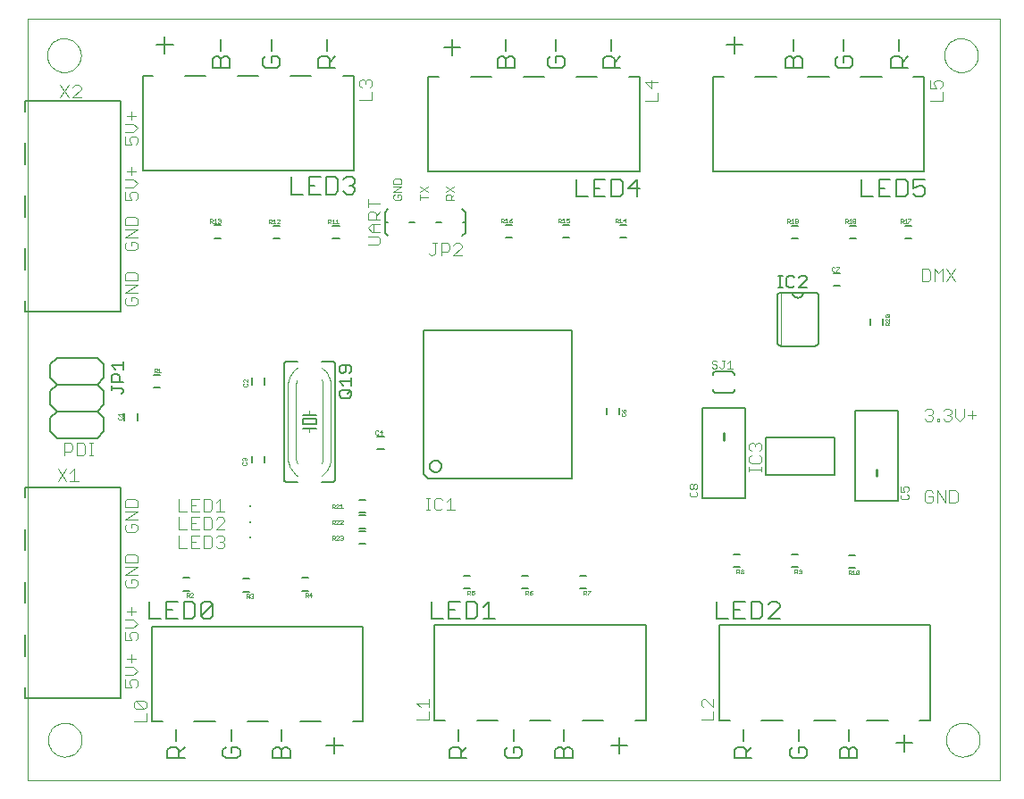
<source format=gto>
G75*
G70*
%OFA0B0*%
%FSLAX24Y24*%
%IPPOS*%
%LPD*%
%AMOC8*
5,1,8,0,0,1.08239X$1,22.5*
%
%ADD10C,0.0000*%
%ADD11C,0.0060*%
%ADD12C,0.0080*%
%ADD13C,0.0040*%
%ADD14C,0.0030*%
%ADD15C,0.0010*%
%ADD16C,0.0020*%
%ADD17C,0.0050*%
%ADD18C,0.0100*%
%ADD19R,0.0079X0.0079*%
D10*
X000326Y000188D02*
X000326Y028617D01*
X036598Y028617D01*
X036598Y000188D01*
X000326Y000188D01*
X001098Y001688D02*
X001100Y001738D01*
X001106Y001788D01*
X001116Y001837D01*
X001130Y001885D01*
X001147Y001932D01*
X001168Y001977D01*
X001193Y002021D01*
X001221Y002062D01*
X001253Y002101D01*
X001287Y002138D01*
X001324Y002172D01*
X001364Y002202D01*
X001406Y002229D01*
X001450Y002253D01*
X001496Y002274D01*
X001543Y002290D01*
X001591Y002303D01*
X001641Y002312D01*
X001690Y002317D01*
X001741Y002318D01*
X001791Y002315D01*
X001840Y002308D01*
X001889Y002297D01*
X001937Y002282D01*
X001983Y002264D01*
X002028Y002242D01*
X002071Y002216D01*
X002112Y002187D01*
X002151Y002155D01*
X002187Y002120D01*
X002219Y002082D01*
X002249Y002042D01*
X002276Y001999D01*
X002299Y001955D01*
X002318Y001909D01*
X002334Y001861D01*
X002346Y001812D01*
X002354Y001763D01*
X002358Y001713D01*
X002358Y001663D01*
X002354Y001613D01*
X002346Y001564D01*
X002334Y001515D01*
X002318Y001467D01*
X002299Y001421D01*
X002276Y001377D01*
X002249Y001334D01*
X002219Y001294D01*
X002187Y001256D01*
X002151Y001221D01*
X002112Y001189D01*
X002071Y001160D01*
X002028Y001134D01*
X001983Y001112D01*
X001937Y001094D01*
X001889Y001079D01*
X001840Y001068D01*
X001791Y001061D01*
X001741Y001058D01*
X001690Y001059D01*
X001641Y001064D01*
X001591Y001073D01*
X001543Y001086D01*
X001496Y001102D01*
X001450Y001123D01*
X001406Y001147D01*
X001364Y001174D01*
X001324Y001204D01*
X001287Y001238D01*
X001253Y001275D01*
X001221Y001314D01*
X001193Y001355D01*
X001168Y001399D01*
X001147Y001444D01*
X001130Y001491D01*
X001116Y001539D01*
X001106Y001588D01*
X001100Y001638D01*
X001098Y001688D01*
X001066Y027247D02*
X001068Y027297D01*
X001074Y027347D01*
X001084Y027396D01*
X001098Y027444D01*
X001115Y027491D01*
X001136Y027536D01*
X001161Y027580D01*
X001189Y027621D01*
X001221Y027660D01*
X001255Y027697D01*
X001292Y027731D01*
X001332Y027761D01*
X001374Y027788D01*
X001418Y027812D01*
X001464Y027833D01*
X001511Y027849D01*
X001559Y027862D01*
X001609Y027871D01*
X001658Y027876D01*
X001709Y027877D01*
X001759Y027874D01*
X001808Y027867D01*
X001857Y027856D01*
X001905Y027841D01*
X001951Y027823D01*
X001996Y027801D01*
X002039Y027775D01*
X002080Y027746D01*
X002119Y027714D01*
X002155Y027679D01*
X002187Y027641D01*
X002217Y027601D01*
X002244Y027558D01*
X002267Y027514D01*
X002286Y027468D01*
X002302Y027420D01*
X002314Y027371D01*
X002322Y027322D01*
X002326Y027272D01*
X002326Y027222D01*
X002322Y027172D01*
X002314Y027123D01*
X002302Y027074D01*
X002286Y027026D01*
X002267Y026980D01*
X002244Y026936D01*
X002217Y026893D01*
X002187Y026853D01*
X002155Y026815D01*
X002119Y026780D01*
X002080Y026748D01*
X002039Y026719D01*
X001996Y026693D01*
X001951Y026671D01*
X001905Y026653D01*
X001857Y026638D01*
X001808Y026627D01*
X001759Y026620D01*
X001709Y026617D01*
X001658Y026618D01*
X001609Y026623D01*
X001559Y026632D01*
X001511Y026645D01*
X001464Y026661D01*
X001418Y026682D01*
X001374Y026706D01*
X001332Y026733D01*
X001292Y026763D01*
X001255Y026797D01*
X001221Y026834D01*
X001189Y026873D01*
X001161Y026914D01*
X001136Y026958D01*
X001115Y027003D01*
X001098Y027050D01*
X001084Y027098D01*
X001074Y027147D01*
X001068Y027197D01*
X001066Y027247D01*
X034531Y027247D02*
X034533Y027297D01*
X034539Y027347D01*
X034549Y027396D01*
X034563Y027444D01*
X034580Y027491D01*
X034601Y027536D01*
X034626Y027580D01*
X034654Y027621D01*
X034686Y027660D01*
X034720Y027697D01*
X034757Y027731D01*
X034797Y027761D01*
X034839Y027788D01*
X034883Y027812D01*
X034929Y027833D01*
X034976Y027849D01*
X035024Y027862D01*
X035074Y027871D01*
X035123Y027876D01*
X035174Y027877D01*
X035224Y027874D01*
X035273Y027867D01*
X035322Y027856D01*
X035370Y027841D01*
X035416Y027823D01*
X035461Y027801D01*
X035504Y027775D01*
X035545Y027746D01*
X035584Y027714D01*
X035620Y027679D01*
X035652Y027641D01*
X035682Y027601D01*
X035709Y027558D01*
X035732Y027514D01*
X035751Y027468D01*
X035767Y027420D01*
X035779Y027371D01*
X035787Y027322D01*
X035791Y027272D01*
X035791Y027222D01*
X035787Y027172D01*
X035779Y027123D01*
X035767Y027074D01*
X035751Y027026D01*
X035732Y026980D01*
X035709Y026936D01*
X035682Y026893D01*
X035652Y026853D01*
X035620Y026815D01*
X035584Y026780D01*
X035545Y026748D01*
X035504Y026719D01*
X035461Y026693D01*
X035416Y026671D01*
X035370Y026653D01*
X035322Y026638D01*
X035273Y026627D01*
X035224Y026620D01*
X035174Y026617D01*
X035123Y026618D01*
X035074Y026623D01*
X035024Y026632D01*
X034976Y026645D01*
X034929Y026661D01*
X034883Y026682D01*
X034839Y026706D01*
X034797Y026733D01*
X034757Y026763D01*
X034720Y026797D01*
X034686Y026834D01*
X034654Y026873D01*
X034626Y026914D01*
X034601Y026958D01*
X034580Y027003D01*
X034563Y027050D01*
X034549Y027098D01*
X034539Y027147D01*
X034533Y027197D01*
X034531Y027247D01*
X034598Y001688D02*
X034600Y001738D01*
X034606Y001788D01*
X034616Y001837D01*
X034630Y001885D01*
X034647Y001932D01*
X034668Y001977D01*
X034693Y002021D01*
X034721Y002062D01*
X034753Y002101D01*
X034787Y002138D01*
X034824Y002172D01*
X034864Y002202D01*
X034906Y002229D01*
X034950Y002253D01*
X034996Y002274D01*
X035043Y002290D01*
X035091Y002303D01*
X035141Y002312D01*
X035190Y002317D01*
X035241Y002318D01*
X035291Y002315D01*
X035340Y002308D01*
X035389Y002297D01*
X035437Y002282D01*
X035483Y002264D01*
X035528Y002242D01*
X035571Y002216D01*
X035612Y002187D01*
X035651Y002155D01*
X035687Y002120D01*
X035719Y002082D01*
X035749Y002042D01*
X035776Y001999D01*
X035799Y001955D01*
X035818Y001909D01*
X035834Y001861D01*
X035846Y001812D01*
X035854Y001763D01*
X035858Y001713D01*
X035858Y001663D01*
X035854Y001613D01*
X035846Y001564D01*
X035834Y001515D01*
X035818Y001467D01*
X035799Y001421D01*
X035776Y001377D01*
X035749Y001334D01*
X035719Y001294D01*
X035687Y001256D01*
X035651Y001221D01*
X035612Y001189D01*
X035571Y001160D01*
X035528Y001134D01*
X035483Y001112D01*
X035437Y001094D01*
X035389Y001079D01*
X035340Y001068D01*
X035291Y001061D01*
X035241Y001058D01*
X035190Y001059D01*
X035141Y001064D01*
X035091Y001073D01*
X035043Y001086D01*
X034996Y001102D01*
X034950Y001123D01*
X034906Y001147D01*
X034864Y001174D01*
X034824Y001204D01*
X034787Y001238D01*
X034753Y001275D01*
X034721Y001314D01*
X034693Y001355D01*
X034668Y001399D01*
X034647Y001444D01*
X034630Y001491D01*
X034616Y001539D01*
X034606Y001588D01*
X034600Y001638D01*
X034598Y001688D01*
D11*
X031292Y001318D02*
X031292Y000997D01*
X030652Y000997D01*
X030652Y001318D01*
X030759Y001424D01*
X030865Y001424D01*
X030972Y001318D01*
X030972Y000997D01*
X030972Y001318D02*
X031079Y001424D01*
X031186Y001424D01*
X031292Y001318D01*
X030972Y001642D02*
X030972Y002069D01*
X029422Y001318D02*
X029422Y001104D01*
X029316Y000997D01*
X028888Y000997D01*
X028782Y001104D01*
X028782Y001318D01*
X028888Y001424D01*
X029102Y001424D02*
X029102Y001211D01*
X029102Y001424D02*
X029316Y001424D01*
X029422Y001318D01*
X029102Y001642D02*
X029102Y002069D01*
X027355Y001424D02*
X027142Y001211D01*
X027142Y001318D02*
X027142Y000997D01*
X027355Y000997D02*
X026715Y000997D01*
X026715Y001318D01*
X026822Y001424D01*
X027035Y001424D01*
X027142Y001318D01*
X027035Y001642D02*
X027035Y002069D01*
X027109Y006214D02*
X026682Y006214D01*
X026682Y006854D01*
X027109Y006854D01*
X027327Y006854D02*
X027647Y006854D01*
X027754Y006748D01*
X027754Y006321D01*
X027647Y006214D01*
X027327Y006214D01*
X027327Y006854D01*
X027971Y006748D02*
X028078Y006854D01*
X028291Y006854D01*
X028398Y006748D01*
X028398Y006641D01*
X027971Y006214D01*
X028398Y006214D01*
X026895Y006534D02*
X026682Y006534D01*
X026464Y006214D02*
X026037Y006214D01*
X026037Y006854D01*
X026661Y008140D02*
X026897Y008140D01*
X026897Y008613D02*
X026661Y008613D01*
X028827Y008613D02*
X029063Y008613D01*
X029063Y008141D02*
X028827Y008141D01*
X030980Y008107D02*
X031216Y008107D01*
X031216Y008580D02*
X030980Y008580D01*
X022405Y013841D02*
X022405Y014078D01*
X021933Y014078D02*
X021933Y013841D01*
X020644Y011445D02*
X015274Y011445D01*
X015103Y011615D01*
X015103Y016986D01*
X020644Y016986D01*
X020644Y011445D01*
X020950Y007825D02*
X021186Y007825D01*
X021186Y007352D02*
X020950Y007352D01*
X019021Y007353D02*
X018785Y007353D01*
X018785Y007825D02*
X019021Y007825D01*
X017555Y006854D02*
X017555Y006214D01*
X017768Y006214D02*
X017341Y006214D01*
X017124Y006321D02*
X017124Y006748D01*
X017017Y006854D01*
X016697Y006854D01*
X016697Y006214D01*
X017017Y006214D01*
X017124Y006321D01*
X017341Y006641D02*
X017555Y006854D01*
X016856Y007353D02*
X016620Y007353D01*
X016620Y007826D02*
X016856Y007826D01*
X016479Y006854D02*
X016052Y006854D01*
X016052Y006214D01*
X016479Y006214D01*
X016266Y006534D02*
X016052Y006534D01*
X015835Y006214D02*
X015407Y006214D01*
X015407Y006854D01*
X012937Y008999D02*
X012701Y008999D01*
X012701Y009472D02*
X012937Y009472D01*
X012937Y009590D02*
X012701Y009590D01*
X012701Y010062D02*
X012937Y010062D01*
X012937Y010181D02*
X012701Y010181D01*
X012701Y010653D02*
X012937Y010653D01*
X011800Y011416D02*
X011800Y015716D01*
X011798Y015733D01*
X011794Y015750D01*
X011787Y015766D01*
X011777Y015780D01*
X011764Y015793D01*
X011750Y015803D01*
X011734Y015810D01*
X011717Y015814D01*
X011700Y015816D01*
X011300Y015816D01*
X010400Y015816D02*
X010000Y015816D01*
X009983Y015814D01*
X009966Y015810D01*
X009950Y015803D01*
X009936Y015793D01*
X009923Y015780D01*
X009913Y015766D01*
X009906Y015750D01*
X009902Y015733D01*
X009900Y015716D01*
X009900Y011416D01*
X009902Y011399D01*
X009906Y011382D01*
X009913Y011366D01*
X009923Y011352D01*
X009936Y011339D01*
X009950Y011329D01*
X009966Y011322D01*
X009983Y011318D01*
X010000Y011316D01*
X010400Y011316D01*
X011300Y011316D02*
X011700Y011316D01*
X011717Y011318D01*
X011734Y011322D01*
X011750Y011329D01*
X011764Y011339D01*
X011777Y011352D01*
X011787Y011366D01*
X011794Y011382D01*
X011798Y011399D01*
X011800Y011416D01*
X013389Y012544D02*
X013626Y012544D01*
X013626Y013016D02*
X013389Y013016D01*
X011100Y013316D02*
X010850Y013316D01*
X010600Y013316D01*
X010600Y013466D02*
X011100Y013466D01*
X011100Y013666D01*
X010600Y013666D01*
X010600Y013466D01*
X010600Y013816D02*
X010850Y013816D01*
X011100Y013816D01*
X009178Y014960D02*
X009178Y015197D01*
X008706Y015197D02*
X008706Y014960D01*
X008698Y012274D02*
X008698Y012037D01*
X009171Y012037D02*
X009171Y012274D01*
X005278Y014843D02*
X005042Y014843D01*
X005042Y015316D02*
X005278Y015316D01*
X004431Y013862D02*
X004431Y013626D01*
X003958Y013626D02*
X003958Y013862D01*
X003189Y013702D02*
X003189Y013202D01*
X002939Y012952D01*
X001439Y012952D01*
X001189Y013202D01*
X001189Y013702D01*
X001439Y013952D01*
X002939Y013952D01*
X003189Y013702D01*
X002939Y013952D02*
X003189Y014202D01*
X003189Y014702D01*
X002939Y014952D01*
X001439Y014952D01*
X001189Y014702D01*
X001189Y014202D01*
X001439Y013952D01*
X001439Y014952D02*
X001189Y015202D01*
X001189Y015702D01*
X001439Y015952D01*
X002939Y015952D01*
X003189Y015702D01*
X003189Y015202D01*
X002939Y014952D01*
X007314Y020422D02*
X007551Y020422D01*
X007551Y020895D02*
X007314Y020895D01*
X009519Y020883D02*
X009755Y020883D01*
X009755Y020410D02*
X009519Y020410D01*
X010191Y022060D02*
X010618Y022060D01*
X010835Y022060D02*
X011263Y022060D01*
X011480Y022060D02*
X011800Y022060D01*
X011907Y022167D01*
X011907Y022594D01*
X011800Y022701D01*
X011480Y022701D01*
X011480Y022060D01*
X012125Y022167D02*
X012231Y022060D01*
X012445Y022060D01*
X012552Y022167D01*
X012552Y022274D01*
X012445Y022381D01*
X012338Y022381D01*
X012445Y022381D02*
X012552Y022487D01*
X012552Y022594D01*
X012445Y022701D01*
X012231Y022701D01*
X012125Y022594D01*
X011263Y022701D02*
X010835Y022701D01*
X010835Y022060D01*
X010835Y022381D02*
X011049Y022381D01*
X010191Y022701D02*
X010191Y022060D01*
X011724Y020883D02*
X011960Y020883D01*
X011960Y020410D02*
X011724Y020410D01*
X018185Y020434D02*
X018421Y020434D01*
X018421Y020906D02*
X018185Y020906D01*
X020311Y020906D02*
X020547Y020906D01*
X020547Y020434D02*
X020311Y020434D01*
X022437Y020434D02*
X022673Y020434D01*
X022673Y020906D02*
X022437Y020906D01*
X022430Y021962D02*
X022110Y021962D01*
X022110Y022603D01*
X022430Y022603D01*
X022537Y022496D01*
X022537Y022069D01*
X022430Y021962D01*
X022755Y022282D02*
X023182Y022282D01*
X023075Y021962D02*
X023075Y022603D01*
X022755Y022282D01*
X021892Y021962D02*
X021465Y021962D01*
X021465Y022603D01*
X021892Y022603D01*
X021679Y022282D02*
X021465Y022282D01*
X021248Y021962D02*
X020821Y021962D01*
X020821Y022603D01*
X020271Y026775D02*
X019844Y026775D01*
X019738Y026882D01*
X019738Y027096D01*
X019844Y027202D01*
X020058Y027202D02*
X020058Y026989D01*
X020058Y027202D02*
X020271Y027202D01*
X020378Y027096D01*
X020378Y026882D01*
X020271Y026775D01*
X020058Y027420D02*
X020058Y027847D01*
X018508Y027096D02*
X018508Y026775D01*
X017868Y026775D01*
X017868Y027096D01*
X017974Y027202D01*
X018081Y027202D01*
X018188Y027096D01*
X018188Y026775D01*
X018188Y027096D02*
X018295Y027202D01*
X018401Y027202D01*
X018508Y027096D01*
X018188Y027420D02*
X018188Y027847D01*
X021805Y027096D02*
X021805Y026775D01*
X022445Y026775D01*
X022232Y026775D02*
X022232Y027096D01*
X022125Y027202D01*
X021911Y027202D01*
X021805Y027096D01*
X022232Y026989D02*
X022445Y027202D01*
X022125Y027420D02*
X022125Y027847D01*
X028596Y027096D02*
X028596Y026775D01*
X029236Y026775D01*
X029236Y027096D01*
X029130Y027202D01*
X029023Y027202D01*
X028916Y027096D01*
X028916Y026775D01*
X028916Y027096D02*
X028809Y027202D01*
X028703Y027202D01*
X028596Y027096D01*
X028916Y027420D02*
X028916Y027847D01*
X030466Y027096D02*
X030466Y026882D01*
X030573Y026775D01*
X031000Y026775D01*
X031107Y026882D01*
X031107Y027096D01*
X031000Y027202D01*
X030786Y027202D01*
X030786Y026989D01*
X030573Y027202D02*
X030466Y027096D01*
X030786Y027420D02*
X030786Y027847D01*
X032533Y027096D02*
X032533Y026775D01*
X033173Y026775D01*
X032960Y026775D02*
X032960Y027096D01*
X032853Y027202D01*
X032640Y027202D01*
X032533Y027096D01*
X032960Y026989D02*
X033173Y027202D01*
X032853Y027420D02*
X032853Y027847D01*
X032740Y022603D02*
X033060Y022603D01*
X033167Y022496D01*
X033167Y022069D01*
X033060Y021962D01*
X032740Y021962D01*
X032740Y022603D01*
X032522Y022603D02*
X032095Y022603D01*
X032095Y021962D01*
X032522Y021962D01*
X032309Y022282D02*
X032095Y022282D01*
X031878Y021962D02*
X031451Y021962D01*
X031451Y022603D01*
X033384Y022603D02*
X033384Y022282D01*
X033598Y022389D01*
X033705Y022389D01*
X033811Y022282D01*
X033811Y022069D01*
X033705Y021962D01*
X033491Y021962D01*
X033384Y022069D01*
X033384Y022603D02*
X033811Y022603D01*
X033311Y020889D02*
X033074Y020889D01*
X033074Y020416D02*
X033311Y020416D01*
X031244Y020416D02*
X031007Y020416D01*
X031007Y020889D02*
X031244Y020889D01*
X030653Y019117D02*
X030417Y019117D01*
X030417Y018645D02*
X030653Y018645D01*
X029844Y018243D02*
X029844Y016543D01*
X029842Y016520D01*
X029837Y016497D01*
X029828Y016475D01*
X029815Y016455D01*
X029800Y016437D01*
X029782Y016422D01*
X029762Y016409D01*
X029740Y016400D01*
X029717Y016395D01*
X029694Y016393D01*
X028454Y016393D01*
X028431Y016395D01*
X028408Y016400D01*
X028386Y016409D01*
X028366Y016422D01*
X028348Y016437D01*
X028333Y016455D01*
X028320Y016475D01*
X028311Y016497D01*
X028306Y016520D01*
X028304Y016543D01*
X028304Y018243D01*
X028306Y018266D01*
X028311Y018289D01*
X028320Y018311D01*
X028333Y018331D01*
X028348Y018349D01*
X028366Y018364D01*
X028386Y018377D01*
X028408Y018386D01*
X028431Y018391D01*
X028454Y018393D01*
X028874Y018393D01*
X029274Y018393D01*
X029694Y018393D01*
X029717Y018391D01*
X029740Y018386D01*
X029762Y018377D01*
X029782Y018364D01*
X029800Y018349D01*
X029815Y018331D01*
X029828Y018311D01*
X029837Y018289D01*
X029842Y018266D01*
X029844Y018243D01*
X029274Y018393D02*
X029272Y018366D01*
X029267Y018339D01*
X029257Y018313D01*
X029245Y018289D01*
X029229Y018267D01*
X029211Y018247D01*
X029189Y018230D01*
X029166Y018215D01*
X029141Y018205D01*
X029115Y018197D01*
X029088Y018193D01*
X029060Y018193D01*
X029033Y018197D01*
X029007Y018205D01*
X028982Y018215D01*
X028959Y018230D01*
X028937Y018247D01*
X028919Y018267D01*
X028903Y018289D01*
X028891Y018313D01*
X028881Y018339D01*
X028876Y018366D01*
X028874Y018393D01*
X028842Y020416D02*
X029078Y020416D01*
X029078Y020889D02*
X028842Y020889D01*
X031775Y017424D02*
X031775Y017188D01*
X032248Y017188D02*
X032248Y017424D01*
X015339Y011900D02*
X015341Y011929D01*
X015347Y011958D01*
X015356Y011986D01*
X015370Y012012D01*
X015386Y012036D01*
X015406Y012058D01*
X015429Y012077D01*
X015453Y012093D01*
X015480Y012105D01*
X015508Y012114D01*
X015537Y012119D01*
X015566Y012120D01*
X015596Y012117D01*
X015624Y012110D01*
X015652Y012100D01*
X015677Y012085D01*
X015701Y012068D01*
X015722Y012048D01*
X015740Y012025D01*
X015755Y011999D01*
X015767Y011972D01*
X015775Y011944D01*
X015779Y011915D01*
X015779Y011885D01*
X015775Y011856D01*
X015767Y011828D01*
X015755Y011801D01*
X015740Y011775D01*
X015722Y011752D01*
X015701Y011732D01*
X015677Y011715D01*
X015652Y011700D01*
X015624Y011690D01*
X015596Y011683D01*
X015566Y011680D01*
X015537Y011681D01*
X015508Y011686D01*
X015480Y011695D01*
X015453Y011707D01*
X015429Y011723D01*
X015406Y011742D01*
X015386Y011764D01*
X015370Y011788D01*
X015356Y011814D01*
X015347Y011842D01*
X015341Y011871D01*
X015339Y011900D01*
X010801Y007731D02*
X010564Y007731D01*
X010564Y007258D02*
X010801Y007258D01*
X008618Y007225D02*
X008382Y007225D01*
X008382Y007698D02*
X008618Y007698D01*
X007237Y006748D02*
X006810Y006321D01*
X006916Y006214D01*
X007130Y006214D01*
X007237Y006321D01*
X007237Y006748D01*
X007130Y006854D01*
X006916Y006854D01*
X006810Y006748D01*
X006810Y006321D01*
X006592Y006321D02*
X006592Y006748D01*
X006485Y006854D01*
X006165Y006854D01*
X006165Y006214D01*
X006485Y006214D01*
X006592Y006321D01*
X005948Y006214D02*
X005521Y006214D01*
X005521Y006854D01*
X005948Y006854D01*
X005734Y006534D02*
X005521Y006534D01*
X005303Y006214D02*
X004876Y006214D01*
X004876Y006854D01*
X006135Y007258D02*
X006372Y007258D01*
X006372Y007731D02*
X006135Y007731D01*
X005874Y002069D02*
X005874Y001642D01*
X005874Y001424D02*
X005980Y001318D01*
X005980Y000997D01*
X005980Y001211D02*
X006194Y001424D01*
X005874Y001424D02*
X005660Y001424D01*
X005553Y001318D01*
X005553Y000997D01*
X006194Y000997D01*
X007620Y001104D02*
X007727Y000997D01*
X008154Y000997D01*
X008261Y001104D01*
X008261Y001318D01*
X008154Y001424D01*
X007941Y001424D01*
X007941Y001211D01*
X007727Y001424D02*
X007620Y001318D01*
X007620Y001104D01*
X007941Y001642D02*
X007941Y002069D01*
X009490Y001318D02*
X009490Y000997D01*
X010131Y000997D01*
X010131Y001318D01*
X010024Y001424D01*
X009917Y001424D01*
X009811Y001318D01*
X009811Y000997D01*
X009811Y001318D02*
X009704Y001424D01*
X009597Y001424D01*
X009490Y001318D01*
X009811Y001642D02*
X009811Y002069D01*
X016085Y001318D02*
X016085Y000997D01*
X016725Y000997D01*
X016512Y000997D02*
X016512Y001318D01*
X016405Y001424D01*
X016192Y001424D01*
X016085Y001318D01*
X016512Y001211D02*
X016725Y001424D01*
X016405Y001642D02*
X016405Y002069D01*
X018152Y001318D02*
X018152Y001104D01*
X018259Y000997D01*
X018686Y000997D01*
X018792Y001104D01*
X018792Y001318D01*
X018686Y001424D01*
X018472Y001424D01*
X018472Y001211D01*
X018259Y001424D02*
X018152Y001318D01*
X018472Y001642D02*
X018472Y002069D01*
X020022Y001318D02*
X020022Y000997D01*
X020662Y000997D01*
X020662Y001318D01*
X020556Y001424D01*
X020449Y001424D01*
X020342Y001318D01*
X020342Y000997D01*
X020342Y001318D02*
X020235Y001424D01*
X020129Y001424D01*
X020022Y001318D01*
X020342Y001642D02*
X020342Y002069D01*
X011815Y026775D02*
X011175Y026775D01*
X011175Y027096D01*
X011281Y027202D01*
X011495Y027202D01*
X011602Y027096D01*
X011602Y026775D01*
X011602Y026989D02*
X011815Y027202D01*
X011495Y027420D02*
X011495Y027847D01*
X009748Y027096D02*
X009642Y027202D01*
X009428Y027202D01*
X009428Y026989D01*
X009214Y027202D02*
X009108Y027096D01*
X009108Y026882D01*
X009214Y026775D01*
X009642Y026775D01*
X009748Y026882D01*
X009748Y027096D01*
X009428Y027420D02*
X009428Y027847D01*
X007878Y027096D02*
X007878Y026775D01*
X007238Y026775D01*
X007238Y027096D01*
X007344Y027202D01*
X007451Y027202D01*
X007558Y027096D01*
X007558Y026775D01*
X007558Y027096D02*
X007665Y027202D01*
X007771Y027202D01*
X007878Y027096D01*
X007558Y027420D02*
X007558Y027847D01*
D12*
X006988Y026479D02*
X006200Y026479D01*
X005453Y027326D02*
X005453Y027940D01*
X005146Y027633D02*
X005760Y027633D01*
X005019Y026479D02*
X004626Y026479D01*
X004626Y022936D01*
X012500Y022936D01*
X012500Y026479D01*
X012106Y026479D01*
X010925Y026479D02*
X010137Y026479D01*
X008956Y026479D02*
X008169Y026479D01*
X003803Y025554D02*
X003803Y017680D01*
X000259Y017680D01*
X000259Y018074D01*
X000259Y019255D02*
X000259Y020042D01*
X000259Y021223D02*
X000259Y022011D01*
X000259Y023192D02*
X000259Y023979D01*
X000259Y025160D02*
X000259Y025554D01*
X003803Y025554D01*
X013665Y021388D02*
X013665Y020998D01*
X013665Y020608D01*
X013775Y020498D01*
X013765Y020998D02*
X013665Y020998D01*
X013665Y021388D02*
X013775Y021498D01*
X014565Y020998D02*
X014765Y020998D01*
X015565Y020998D02*
X015765Y020998D01*
X016565Y020998D02*
X016665Y020998D01*
X016665Y021388D01*
X016555Y021498D01*
X016665Y020998D02*
X016665Y020608D01*
X016555Y020498D01*
X015291Y022897D02*
X015291Y026440D01*
X015685Y026440D01*
X016182Y027228D02*
X016182Y027842D01*
X015875Y027535D02*
X016489Y027535D01*
X016866Y026440D02*
X017653Y026440D01*
X018834Y026440D02*
X019622Y026440D01*
X020803Y026440D02*
X021590Y026440D01*
X022771Y026440D02*
X023165Y026440D01*
X023165Y022897D01*
X015291Y022897D01*
X025909Y022916D02*
X025909Y026460D01*
X026303Y026460D01*
X026713Y027326D02*
X026713Y027940D01*
X026406Y027633D02*
X027020Y027633D01*
X027484Y026460D02*
X028271Y026460D01*
X029452Y026460D02*
X030240Y026460D01*
X031421Y026460D02*
X032208Y026460D01*
X033389Y026460D02*
X033783Y026460D01*
X033783Y022916D01*
X025909Y022916D01*
X025988Y015436D02*
X026618Y015436D01*
X026618Y015435D02*
X026634Y015430D01*
X026650Y015422D01*
X026664Y015412D01*
X026676Y015400D01*
X026686Y015385D01*
X026693Y015369D01*
X026697Y015352D01*
X026698Y015335D01*
X026696Y015317D01*
X026696Y014767D02*
X026698Y014749D01*
X026697Y014732D01*
X026693Y014715D01*
X026686Y014699D01*
X026676Y014684D01*
X026664Y014672D01*
X026650Y014662D01*
X026634Y014654D01*
X026618Y014649D01*
X025988Y014649D01*
X025987Y014649D02*
X025971Y014654D01*
X025955Y014662D01*
X025941Y014672D01*
X025929Y014684D01*
X025919Y014699D01*
X025912Y014715D01*
X025908Y014732D01*
X025907Y014749D01*
X025909Y014767D01*
X025909Y015317D02*
X025907Y015335D01*
X025908Y015352D01*
X025912Y015369D01*
X025919Y015385D01*
X025929Y015400D01*
X025941Y015412D01*
X025955Y015422D01*
X025971Y015430D01*
X025987Y015435D01*
X027867Y012986D02*
X030447Y012986D01*
X030447Y011586D01*
X027867Y011586D01*
X027867Y012986D01*
X026141Y005967D02*
X034015Y005967D01*
X034015Y002424D01*
X033622Y002424D01*
X033047Y001873D02*
X033047Y001259D01*
X032740Y001566D02*
X033354Y001566D01*
X032440Y002424D02*
X031653Y002424D01*
X030472Y002424D02*
X029685Y002424D01*
X028503Y002424D02*
X027716Y002424D01*
X026535Y002424D02*
X026141Y002424D01*
X026141Y005967D01*
X023397Y005967D02*
X023397Y002424D01*
X023003Y002424D01*
X022417Y001775D02*
X022417Y001161D01*
X022110Y001468D02*
X022724Y001468D01*
X021822Y002424D02*
X021035Y002424D01*
X019854Y002424D02*
X019066Y002424D01*
X017885Y002424D02*
X017098Y002424D01*
X015917Y002424D02*
X015523Y002424D01*
X015523Y005967D01*
X023397Y005967D01*
X012858Y005908D02*
X012858Y002365D01*
X012464Y002365D01*
X011787Y001775D02*
X011787Y001161D01*
X011480Y001468D02*
X012094Y001468D01*
X011283Y002365D02*
X010496Y002365D01*
X009314Y002365D02*
X008527Y002365D01*
X007346Y002365D02*
X006559Y002365D01*
X005377Y002365D02*
X004984Y002365D01*
X004984Y005908D01*
X012858Y005908D01*
X003803Y003251D02*
X000259Y003251D01*
X000259Y003645D01*
X000259Y004826D02*
X000259Y005613D01*
X000259Y006794D02*
X000259Y007582D01*
X000259Y008763D02*
X000259Y009550D01*
X000259Y010731D02*
X000259Y011125D01*
X003803Y011125D01*
X003803Y003251D01*
D13*
X003980Y003642D02*
X004210Y003642D01*
X004133Y003795D01*
X004133Y003872D01*
X004210Y003949D01*
X004363Y003949D01*
X004440Y003872D01*
X004440Y003718D01*
X004363Y003642D01*
X003980Y003642D02*
X003980Y003949D01*
X003980Y004102D02*
X004287Y004102D01*
X004440Y004256D01*
X004287Y004409D01*
X003980Y004409D01*
X004210Y004562D02*
X004210Y004869D01*
X004363Y004716D02*
X004056Y004716D01*
X003980Y005413D02*
X004210Y005413D01*
X004133Y005567D01*
X004133Y005644D01*
X004210Y005720D01*
X004363Y005720D01*
X004440Y005644D01*
X004440Y005490D01*
X004363Y005413D01*
X003980Y005413D02*
X003980Y005720D01*
X003980Y005874D02*
X004287Y005874D01*
X004440Y006027D01*
X004287Y006181D01*
X003980Y006181D01*
X004210Y006334D02*
X004210Y006641D01*
X004363Y006488D02*
X004056Y006488D01*
X004049Y007385D02*
X004356Y007385D01*
X004432Y007462D01*
X004432Y007615D01*
X004356Y007692D01*
X004202Y007692D01*
X004202Y007539D01*
X004049Y007692D02*
X003972Y007615D01*
X003972Y007462D01*
X004049Y007385D01*
X003972Y007845D02*
X004432Y008152D01*
X003972Y008152D01*
X003972Y008306D02*
X003972Y008536D01*
X004049Y008613D01*
X004356Y008613D01*
X004432Y008536D01*
X004432Y008306D01*
X003972Y008306D01*
X003972Y007845D02*
X004432Y007845D01*
X005985Y008846D02*
X006292Y008846D01*
X006446Y008846D02*
X006753Y008846D01*
X006906Y008846D02*
X007136Y008846D01*
X007213Y008923D01*
X007213Y009230D01*
X007136Y009307D01*
X006906Y009307D01*
X006906Y008846D01*
X006599Y009076D02*
X006446Y009076D01*
X006446Y008846D02*
X006446Y009307D01*
X006753Y009307D01*
X006753Y009535D02*
X006446Y009535D01*
X006446Y009996D01*
X006753Y009996D01*
X006906Y009996D02*
X007136Y009996D01*
X007213Y009919D01*
X007213Y009612D01*
X007136Y009535D01*
X006906Y009535D01*
X006906Y009996D01*
X006906Y010224D02*
X007136Y010224D01*
X007213Y010301D01*
X007213Y010608D01*
X007136Y010685D01*
X006906Y010685D01*
X006906Y010224D01*
X006753Y010224D02*
X006446Y010224D01*
X006446Y010685D01*
X006753Y010685D01*
X006599Y010454D02*
X006446Y010454D01*
X006292Y010224D02*
X005985Y010224D01*
X005985Y010685D01*
X005985Y009996D02*
X005985Y009535D01*
X006292Y009535D01*
X006446Y009765D02*
X006599Y009765D01*
X005985Y009307D02*
X005985Y008846D01*
X007367Y008923D02*
X007443Y008846D01*
X007597Y008846D01*
X007674Y008923D01*
X007674Y009000D01*
X007597Y009076D01*
X007520Y009076D01*
X007597Y009076D02*
X007674Y009153D01*
X007674Y009230D01*
X007597Y009307D01*
X007443Y009307D01*
X007367Y009230D01*
X007367Y009535D02*
X007674Y009842D01*
X007674Y009919D01*
X007597Y009996D01*
X007443Y009996D01*
X007367Y009919D01*
X007367Y010224D02*
X007674Y010224D01*
X007520Y010224D02*
X007520Y010685D01*
X007367Y010531D01*
X007367Y009535D02*
X007674Y009535D01*
X004432Y009529D02*
X004432Y009682D01*
X004356Y009759D01*
X004202Y009759D01*
X004202Y009605D01*
X004049Y009452D02*
X004356Y009452D01*
X004432Y009529D01*
X004432Y009912D02*
X003972Y009912D01*
X004432Y010219D01*
X003972Y010219D01*
X003972Y010373D02*
X003972Y010603D01*
X004049Y010680D01*
X004356Y010680D01*
X004432Y010603D01*
X004432Y010373D01*
X003972Y010373D01*
X004049Y009759D02*
X003972Y009682D01*
X003972Y009529D01*
X004049Y009452D01*
X002228Y011342D02*
X001921Y011342D01*
X002074Y011342D02*
X002074Y011802D01*
X001921Y011649D01*
X001767Y011802D02*
X001460Y011342D01*
X001767Y011342D02*
X001460Y011802D01*
X001716Y012306D02*
X001716Y012767D01*
X001947Y012767D01*
X002023Y012690D01*
X002023Y012536D01*
X001947Y012460D01*
X001716Y012460D01*
X002177Y012306D02*
X002407Y012306D01*
X002484Y012383D01*
X002484Y012690D01*
X002407Y012767D01*
X002177Y012767D01*
X002177Y012306D01*
X002637Y012306D02*
X002791Y012306D01*
X002714Y012306D02*
X002714Y012767D01*
X002637Y012767D02*
X002791Y012767D01*
X004049Y017917D02*
X004356Y017917D01*
X004432Y017993D01*
X004432Y018147D01*
X004356Y018223D01*
X004202Y018223D01*
X004202Y018070D01*
X004049Y018223D02*
X003972Y018147D01*
X003972Y017993D01*
X004049Y017917D01*
X003972Y018377D02*
X004432Y018684D01*
X003972Y018684D01*
X003972Y018837D02*
X003972Y019068D01*
X004049Y019144D01*
X004356Y019144D01*
X004432Y019068D01*
X004432Y018837D01*
X003972Y018837D01*
X003972Y018377D02*
X004432Y018377D01*
X004356Y019983D02*
X004049Y019983D01*
X003972Y020060D01*
X003972Y020214D01*
X004049Y020290D01*
X004202Y020290D02*
X004202Y020137D01*
X004202Y020290D02*
X004356Y020290D01*
X004432Y020214D01*
X004432Y020060D01*
X004356Y019983D01*
X004432Y020444D02*
X003972Y020444D01*
X004432Y020751D01*
X003972Y020751D01*
X003972Y020904D02*
X003972Y021134D01*
X004049Y021211D01*
X004356Y021211D01*
X004432Y021134D01*
X004432Y020904D01*
X003972Y020904D01*
X003980Y021850D02*
X004210Y021850D01*
X004133Y022004D01*
X004133Y022081D01*
X004210Y022157D01*
X004363Y022157D01*
X004440Y022081D01*
X004440Y021927D01*
X004363Y021850D01*
X003980Y021850D02*
X003980Y022157D01*
X003980Y022311D02*
X004287Y022311D01*
X004440Y022464D01*
X004287Y022618D01*
X003980Y022618D01*
X004210Y022771D02*
X004210Y023078D01*
X004363Y022925D02*
X004056Y022925D01*
X003980Y023917D02*
X004210Y023917D01*
X004133Y024071D01*
X004133Y024147D01*
X004210Y024224D01*
X004363Y024224D01*
X004440Y024147D01*
X004440Y023994D01*
X004363Y023917D01*
X003980Y023917D02*
X003980Y024224D01*
X003980Y024378D02*
X004287Y024378D01*
X004440Y024531D01*
X004287Y024685D01*
X003980Y024685D01*
X004210Y024838D02*
X004210Y025145D01*
X004056Y024991D02*
X004363Y024991D01*
X002326Y025672D02*
X002019Y025672D01*
X002326Y025979D01*
X002326Y026056D01*
X002249Y026133D01*
X002096Y026133D01*
X002019Y026056D01*
X001866Y026133D02*
X001559Y025672D01*
X001866Y025672D02*
X001559Y026133D01*
X012716Y026116D02*
X012716Y026269D01*
X012793Y026346D01*
X012869Y026346D01*
X012946Y026269D01*
X013023Y026346D01*
X013100Y026346D01*
X013176Y026269D01*
X013176Y026116D01*
X013100Y026039D01*
X013176Y025885D02*
X013176Y025578D01*
X012716Y025578D01*
X012793Y026039D02*
X012716Y026116D01*
X012946Y026192D02*
X012946Y026269D01*
X013027Y021868D02*
X013027Y021561D01*
X013027Y021715D02*
X013487Y021715D01*
X013487Y021408D02*
X013334Y021255D01*
X013334Y021331D02*
X013334Y021101D01*
X013487Y021101D02*
X013027Y021101D01*
X013027Y021331D01*
X013104Y021408D01*
X013257Y021408D01*
X013334Y021331D01*
X013257Y020948D02*
X013257Y020641D01*
X013180Y020641D02*
X013027Y020794D01*
X013180Y020948D01*
X013487Y020948D01*
X013487Y020641D02*
X013180Y020641D01*
X013027Y020487D02*
X013411Y020487D01*
X013487Y020411D01*
X013487Y020257D01*
X013411Y020180D01*
X013027Y020180D01*
X015304Y019844D02*
X015380Y019768D01*
X015457Y019768D01*
X015534Y019844D01*
X015534Y020228D01*
X015457Y020228D02*
X015611Y020228D01*
X015764Y020228D02*
X015994Y020228D01*
X016071Y020151D01*
X016071Y019998D01*
X015994Y019921D01*
X015764Y019921D01*
X015764Y019768D02*
X015764Y020228D01*
X016224Y020151D02*
X016301Y020228D01*
X016455Y020228D01*
X016531Y020151D01*
X016531Y020075D01*
X016224Y019768D01*
X016531Y019768D01*
X023381Y025539D02*
X023842Y025539D01*
X023842Y025846D01*
X023612Y025999D02*
X023381Y026230D01*
X023842Y026230D01*
X023612Y026306D02*
X023612Y025999D01*
X033705Y019263D02*
X033705Y018802D01*
X033935Y018802D01*
X034011Y018879D01*
X034011Y019186D01*
X033935Y019263D01*
X033705Y019263D01*
X034165Y019263D02*
X034165Y018802D01*
X034472Y018802D02*
X034472Y019263D01*
X034318Y019109D01*
X034165Y019263D01*
X034625Y019263D02*
X034932Y018802D01*
X034625Y018802D02*
X034932Y019263D01*
X034954Y014046D02*
X034954Y013739D01*
X035107Y013586D01*
X035261Y013739D01*
X035261Y014046D01*
X035414Y013816D02*
X035721Y013816D01*
X035568Y013969D02*
X035568Y013663D01*
X034801Y013663D02*
X034724Y013586D01*
X034570Y013586D01*
X034494Y013663D01*
X034340Y013663D02*
X034340Y013586D01*
X034263Y013586D01*
X034263Y013663D01*
X034340Y013663D01*
X034110Y013663D02*
X034033Y013586D01*
X033880Y013586D01*
X033803Y013663D01*
X033956Y013816D02*
X034033Y013816D01*
X034110Y013739D01*
X034110Y013663D01*
X034033Y013816D02*
X034110Y013893D01*
X034110Y013969D01*
X034033Y014046D01*
X033880Y014046D01*
X033803Y013969D01*
X034494Y013969D02*
X034570Y014046D01*
X034724Y014046D01*
X034801Y013969D01*
X034801Y013893D01*
X034724Y013816D01*
X034801Y013739D01*
X034801Y013663D01*
X034724Y013816D02*
X034647Y013816D01*
X034570Y010995D02*
X034570Y010535D01*
X034263Y010995D01*
X034263Y010535D01*
X034110Y010611D02*
X034110Y010765D01*
X033956Y010765D01*
X033803Y010918D02*
X033803Y010611D01*
X033880Y010535D01*
X034033Y010535D01*
X034110Y010611D01*
X034110Y010918D02*
X034033Y010995D01*
X033880Y010995D01*
X033803Y010918D01*
X034724Y010995D02*
X034724Y010535D01*
X034954Y010535D01*
X035031Y010611D01*
X035031Y010918D01*
X034954Y010995D01*
X034724Y010995D01*
X027715Y011708D02*
X027715Y011861D01*
X027715Y011785D02*
X027255Y011785D01*
X027255Y011861D02*
X027255Y011708D01*
X027332Y012015D02*
X027255Y012092D01*
X027255Y012245D01*
X027332Y012322D01*
X027332Y012475D02*
X027255Y012552D01*
X027255Y012705D01*
X027332Y012782D01*
X027409Y012782D01*
X027485Y012705D01*
X027562Y012782D01*
X027639Y012782D01*
X027715Y012705D01*
X027715Y012552D01*
X027639Y012475D01*
X027639Y012322D02*
X027715Y012245D01*
X027715Y012092D01*
X027639Y012015D01*
X027332Y012015D01*
X027485Y012629D02*
X027485Y012705D01*
X016274Y010266D02*
X015967Y010266D01*
X016120Y010266D02*
X016120Y010726D01*
X015967Y010573D01*
X015813Y010650D02*
X015736Y010726D01*
X015583Y010726D01*
X015506Y010650D01*
X015506Y010343D01*
X015583Y010266D01*
X015736Y010266D01*
X015813Y010343D01*
X015353Y010266D02*
X015199Y010266D01*
X015276Y010266D02*
X015276Y010726D01*
X015199Y010726D02*
X015353Y010726D01*
X015306Y003211D02*
X015306Y002904D01*
X015306Y002751D02*
X015306Y002444D01*
X014846Y002444D01*
X014999Y002904D02*
X014846Y003058D01*
X015306Y003058D01*
X025464Y002981D02*
X025541Y002904D01*
X025464Y002981D02*
X025464Y003135D01*
X025541Y003211D01*
X025617Y003211D01*
X025924Y002904D01*
X025924Y003211D01*
X025924Y002751D02*
X025924Y002444D01*
X025464Y002444D01*
X004767Y002385D02*
X004767Y002692D01*
X004690Y002845D02*
X004383Y003152D01*
X004690Y003152D01*
X004767Y003076D01*
X004767Y002922D01*
X004690Y002845D01*
X004383Y002845D01*
X004307Y002922D01*
X004307Y003076D01*
X004383Y003152D01*
X004307Y002385D02*
X004767Y002385D01*
X033999Y025559D02*
X034460Y025559D01*
X034460Y025866D01*
X034383Y026019D02*
X034460Y026096D01*
X034460Y026249D01*
X034383Y026326D01*
X034230Y026326D01*
X034153Y026249D01*
X034153Y026173D01*
X034230Y026019D01*
X033999Y026019D01*
X033999Y026326D01*
D14*
X026548Y015847D02*
X026451Y015751D01*
X026548Y015847D02*
X026548Y015557D01*
X026451Y015557D02*
X026645Y015557D01*
X026302Y015606D02*
X026302Y015847D01*
X026350Y015847D02*
X026253Y015847D01*
X026055Y015799D02*
X026007Y015847D01*
X025910Y015847D01*
X025862Y015799D01*
X025862Y015751D01*
X025910Y015702D01*
X026007Y015702D01*
X026055Y015654D01*
X026055Y015606D01*
X026007Y015557D01*
X025910Y015557D01*
X025862Y015606D01*
X026156Y015606D02*
X026205Y015557D01*
X026253Y015557D01*
X026302Y015606D01*
X025277Y011252D02*
X025325Y011204D01*
X025325Y011107D01*
X025277Y011059D01*
X025228Y011059D01*
X025180Y011107D01*
X025180Y011204D01*
X025228Y011252D01*
X025277Y011252D01*
X025180Y011204D02*
X025132Y011252D01*
X025083Y011252D01*
X025035Y011204D01*
X025035Y011107D01*
X025083Y011059D01*
X025132Y011059D01*
X025180Y011107D01*
X025277Y010957D02*
X025325Y010909D01*
X025325Y010812D01*
X025277Y010764D01*
X025083Y010764D01*
X025035Y010812D01*
X025035Y010909D01*
X025083Y010957D01*
X032909Y010960D02*
X033054Y010960D01*
X033006Y011057D01*
X033006Y011105D01*
X033054Y011154D01*
X033151Y011154D01*
X033199Y011105D01*
X033199Y011008D01*
X033151Y010960D01*
X033151Y010859D02*
X033199Y010811D01*
X033199Y010714D01*
X033151Y010665D01*
X032957Y010665D01*
X032909Y010714D01*
X032909Y010811D01*
X032957Y010859D01*
X032909Y010960D02*
X032909Y011154D01*
X016248Y021849D02*
X015958Y021849D01*
X015958Y021994D01*
X016006Y022042D01*
X016103Y022042D01*
X016152Y021994D01*
X016152Y021849D01*
X016152Y021945D02*
X016248Y022042D01*
X016248Y022143D02*
X015958Y022337D01*
X015958Y022143D02*
X016248Y022337D01*
X015264Y022337D02*
X014974Y022143D01*
X014974Y022042D02*
X014974Y021849D01*
X014974Y021945D02*
X015264Y021945D01*
X015264Y022143D02*
X014974Y022337D01*
X014280Y022337D02*
X013990Y022337D01*
X013990Y022438D02*
X013990Y022583D01*
X014038Y022631D01*
X014231Y022631D01*
X014280Y022583D01*
X014280Y022438D01*
X013990Y022438D01*
X013990Y022143D02*
X014280Y022337D01*
X014280Y022143D02*
X013990Y022143D01*
X014038Y022042D02*
X013990Y021994D01*
X013990Y021897D01*
X014038Y021849D01*
X014231Y021849D01*
X014280Y021897D01*
X014280Y021994D01*
X014231Y022042D01*
X014135Y022042D01*
X014135Y021945D01*
D15*
X011892Y021127D02*
X011892Y020977D01*
X011842Y020977D02*
X011942Y020977D01*
X011842Y021077D02*
X011892Y021127D01*
X011744Y021127D02*
X011744Y020977D01*
X011694Y020977D02*
X011794Y020977D01*
X011694Y021077D02*
X011744Y021127D01*
X011647Y021102D02*
X011647Y021052D01*
X011622Y021027D01*
X011547Y021027D01*
X011597Y021027D02*
X011647Y020977D01*
X011547Y020977D02*
X011547Y021127D01*
X011622Y021127D01*
X011647Y021102D01*
X009737Y021102D02*
X009712Y021127D01*
X009662Y021127D01*
X009637Y021102D01*
X009737Y021102D02*
X009737Y021077D01*
X009637Y020977D01*
X009737Y020977D01*
X009590Y020977D02*
X009490Y020977D01*
X009442Y020977D02*
X009392Y021027D01*
X009417Y021027D02*
X009342Y021027D01*
X009342Y020977D02*
X009342Y021127D01*
X009417Y021127D01*
X009442Y021102D01*
X009442Y021052D01*
X009417Y021027D01*
X009490Y021077D02*
X009540Y021127D01*
X009540Y020977D01*
X007532Y021013D02*
X007507Y020988D01*
X007457Y020988D01*
X007432Y021013D01*
X007385Y020988D02*
X007285Y020988D01*
X007238Y020988D02*
X007188Y021038D01*
X007213Y021038D02*
X007138Y021038D01*
X007138Y020988D02*
X007138Y021138D01*
X007213Y021138D01*
X007238Y021113D01*
X007238Y021063D01*
X007213Y021038D01*
X007285Y021088D02*
X007335Y021138D01*
X007335Y020988D01*
X007432Y021113D02*
X007457Y021138D01*
X007507Y021138D01*
X007532Y021113D01*
X007532Y021088D01*
X007507Y021063D01*
X007532Y021038D01*
X007532Y021013D01*
X007507Y021063D02*
X007482Y021063D01*
X005259Y015560D02*
X005259Y015409D01*
X005209Y015409D02*
X005309Y015409D01*
X005209Y015510D02*
X005259Y015560D01*
X005162Y015535D02*
X005162Y015485D01*
X005137Y015460D01*
X005062Y015460D01*
X005112Y015460D02*
X005162Y015409D01*
X005062Y015409D02*
X005062Y015560D01*
X005137Y015560D01*
X005162Y015535D01*
X003864Y013893D02*
X003864Y013793D01*
X003864Y013843D02*
X003714Y013843D01*
X003764Y013793D01*
X003739Y013746D02*
X003714Y013721D01*
X003714Y013671D01*
X003739Y013646D01*
X003839Y013646D01*
X003864Y013671D01*
X003864Y013721D01*
X003839Y013746D01*
X008386Y014917D02*
X008411Y014892D01*
X008511Y014892D01*
X008536Y014917D01*
X008536Y014967D01*
X008511Y014992D01*
X008536Y015039D02*
X008436Y015139D01*
X008411Y015139D01*
X008386Y015114D01*
X008386Y015064D01*
X008411Y015039D01*
X008411Y014992D02*
X008386Y014967D01*
X008386Y014917D01*
X008536Y015039D02*
X008536Y015139D01*
X008481Y012206D02*
X008456Y012206D01*
X008431Y012181D01*
X008431Y012156D01*
X008431Y012181D02*
X008406Y012206D01*
X008381Y012206D01*
X008356Y012181D01*
X008356Y012131D01*
X008381Y012106D01*
X008381Y012059D02*
X008356Y012034D01*
X008356Y011984D01*
X008381Y011959D01*
X008481Y011959D01*
X008506Y011984D01*
X008506Y012034D01*
X008481Y012059D01*
X008481Y012106D02*
X008506Y012131D01*
X008506Y012181D01*
X008481Y012206D01*
X011698Y010481D02*
X011698Y010330D01*
X011698Y010381D02*
X011773Y010381D01*
X011798Y010406D01*
X011798Y010456D01*
X011773Y010481D01*
X011698Y010481D01*
X011748Y010381D02*
X011798Y010330D01*
X011845Y010330D02*
X011945Y010431D01*
X011945Y010456D01*
X011920Y010481D01*
X011870Y010481D01*
X011845Y010456D01*
X011845Y010330D02*
X011945Y010330D01*
X011992Y010330D02*
X012093Y010330D01*
X012042Y010330D02*
X012042Y010481D01*
X011992Y010431D01*
X012017Y009890D02*
X011992Y009865D01*
X012017Y009890D02*
X012068Y009890D01*
X012093Y009865D01*
X012093Y009840D01*
X011992Y009740D01*
X012093Y009740D01*
X011945Y009740D02*
X011845Y009740D01*
X011945Y009840D01*
X011945Y009865D01*
X011920Y009890D01*
X011870Y009890D01*
X011845Y009865D01*
X011798Y009865D02*
X011798Y009815D01*
X011773Y009790D01*
X011698Y009790D01*
X011748Y009790D02*
X011798Y009740D01*
X011698Y009740D02*
X011698Y009890D01*
X011773Y009890D01*
X011798Y009865D01*
X011773Y009299D02*
X011798Y009274D01*
X011798Y009224D01*
X011773Y009199D01*
X011698Y009199D01*
X011698Y009149D02*
X011698Y009299D01*
X011773Y009299D01*
X011845Y009274D02*
X011870Y009299D01*
X011920Y009299D01*
X011945Y009274D01*
X011945Y009249D01*
X011845Y009149D01*
X011945Y009149D01*
X011992Y009174D02*
X012017Y009149D01*
X012068Y009149D01*
X012093Y009174D01*
X012093Y009199D01*
X012068Y009224D01*
X012042Y009224D01*
X012068Y009224D02*
X012093Y009249D01*
X012093Y009274D01*
X012068Y009299D01*
X012017Y009299D01*
X011992Y009274D01*
X011798Y009149D02*
X011748Y009199D01*
X010915Y007164D02*
X010840Y007089D01*
X010940Y007089D01*
X010915Y007014D02*
X010915Y007164D01*
X010793Y007139D02*
X010793Y007089D01*
X010768Y007064D01*
X010693Y007064D01*
X010693Y007014D02*
X010693Y007164D01*
X010768Y007164D01*
X010793Y007139D01*
X010743Y007064D02*
X010793Y007014D01*
X008758Y007006D02*
X008733Y006981D01*
X008683Y006981D01*
X008658Y007006D01*
X008611Y006981D02*
X008561Y007031D01*
X008586Y007031D02*
X008510Y007031D01*
X008510Y006981D02*
X008510Y007131D01*
X008586Y007131D01*
X008611Y007106D01*
X008611Y007056D01*
X008586Y007031D01*
X008658Y007106D02*
X008683Y007131D01*
X008733Y007131D01*
X008758Y007106D01*
X008758Y007081D01*
X008733Y007056D01*
X008758Y007031D01*
X008758Y007006D01*
X008733Y007056D02*
X008708Y007056D01*
X006511Y007015D02*
X006411Y007015D01*
X006511Y007115D01*
X006511Y007140D01*
X006486Y007165D01*
X006436Y007165D01*
X006411Y007140D01*
X006364Y007140D02*
X006364Y007090D01*
X006339Y007065D01*
X006264Y007065D01*
X006314Y007065D02*
X006364Y007015D01*
X006264Y007015D02*
X006264Y007165D01*
X006339Y007165D01*
X006364Y007140D01*
X013321Y013112D02*
X013346Y013087D01*
X013396Y013087D01*
X013421Y013112D01*
X013468Y013162D02*
X013568Y013162D01*
X013543Y013087D02*
X013543Y013237D01*
X013468Y013162D01*
X013421Y013212D02*
X013396Y013237D01*
X013346Y013237D01*
X013321Y013212D01*
X013321Y013112D01*
X016748Y007259D02*
X016823Y007259D01*
X016848Y007234D01*
X016848Y007184D01*
X016823Y007159D01*
X016748Y007159D01*
X016748Y007109D02*
X016748Y007259D01*
X016798Y007159D02*
X016848Y007109D01*
X016896Y007134D02*
X016921Y007109D01*
X016971Y007109D01*
X016996Y007134D01*
X016996Y007184D01*
X016971Y007209D01*
X016946Y007209D01*
X016896Y007184D01*
X016896Y007259D01*
X016996Y007259D01*
X018914Y007259D02*
X018914Y007109D01*
X018914Y007159D02*
X018989Y007159D01*
X019014Y007184D01*
X019014Y007234D01*
X018989Y007259D01*
X018914Y007259D01*
X018964Y007159D02*
X019014Y007109D01*
X019061Y007134D02*
X019086Y007109D01*
X019136Y007109D01*
X019161Y007134D01*
X019161Y007159D01*
X019136Y007184D01*
X019061Y007184D01*
X019061Y007134D01*
X019061Y007184D02*
X019111Y007234D01*
X019161Y007259D01*
X021079Y007259D02*
X021079Y007109D01*
X021079Y007159D02*
X021154Y007159D01*
X021179Y007184D01*
X021179Y007234D01*
X021154Y007259D01*
X021079Y007259D01*
X021129Y007159D02*
X021179Y007109D01*
X021226Y007109D02*
X021226Y007134D01*
X021326Y007234D01*
X021326Y007259D01*
X021226Y007259D01*
X026789Y007896D02*
X026789Y008047D01*
X026864Y008047D01*
X026889Y008022D01*
X026889Y007971D01*
X026864Y007946D01*
X026789Y007946D01*
X026839Y007946D02*
X026889Y007896D01*
X026937Y007921D02*
X026937Y007946D01*
X026962Y007971D01*
X027012Y007971D01*
X027037Y007946D01*
X027037Y007921D01*
X027012Y007896D01*
X026962Y007896D01*
X026937Y007921D01*
X026962Y007971D02*
X026937Y007997D01*
X026937Y008022D01*
X026962Y008047D01*
X027012Y008047D01*
X027037Y008022D01*
X027037Y007997D01*
X027012Y007971D01*
X028955Y007947D02*
X029030Y007947D01*
X029055Y007972D01*
X029055Y008022D01*
X029030Y008047D01*
X028955Y008047D01*
X028955Y007897D01*
X029005Y007947D02*
X029055Y007897D01*
X029102Y007922D02*
X029127Y007897D01*
X029177Y007897D01*
X029202Y007922D01*
X029202Y008022D01*
X029177Y008047D01*
X029127Y008047D01*
X029102Y008022D01*
X029102Y007997D01*
X029127Y007972D01*
X029202Y007972D01*
X030961Y008014D02*
X031036Y008014D01*
X031061Y007988D01*
X031061Y007938D01*
X031036Y007913D01*
X030961Y007913D01*
X030961Y007863D02*
X030961Y008014D01*
X031011Y007913D02*
X031061Y007863D01*
X031108Y007863D02*
X031208Y007863D01*
X031158Y007863D02*
X031158Y008014D01*
X031108Y007963D01*
X031256Y007988D02*
X031281Y008014D01*
X031331Y008014D01*
X031356Y007988D01*
X031256Y007888D01*
X031281Y007863D01*
X031331Y007863D01*
X031356Y007888D01*
X031356Y007988D01*
X031256Y007988D02*
X031256Y007888D01*
X022649Y013798D02*
X022649Y013848D01*
X022624Y013873D01*
X022624Y013920D02*
X022649Y013945D01*
X022649Y013995D01*
X022624Y014020D01*
X022599Y014020D01*
X022574Y013995D01*
X022574Y013920D01*
X022624Y013920D01*
X022574Y013920D02*
X022524Y013970D01*
X022499Y014020D01*
X022524Y013873D02*
X022499Y013848D01*
X022499Y013798D01*
X022524Y013773D01*
X022624Y013773D01*
X022649Y013798D01*
X030348Y019213D02*
X030373Y019188D01*
X030424Y019188D01*
X030449Y019213D01*
X030496Y019213D02*
X030496Y019188D01*
X030496Y019213D02*
X030596Y019313D01*
X030596Y019338D01*
X030496Y019338D01*
X030449Y019313D02*
X030424Y019338D01*
X030373Y019338D01*
X030348Y019313D01*
X030348Y019213D01*
X030831Y020982D02*
X030831Y021133D01*
X030906Y021133D01*
X030931Y021108D01*
X030931Y021058D01*
X030906Y021032D01*
X030831Y021032D01*
X030881Y021032D02*
X030931Y020982D01*
X030978Y020982D02*
X031078Y020982D01*
X031028Y020982D02*
X031028Y021133D01*
X030978Y021083D01*
X031125Y021083D02*
X031125Y021108D01*
X031150Y021133D01*
X031200Y021133D01*
X031225Y021108D01*
X031225Y021083D01*
X031200Y021058D01*
X031150Y021058D01*
X031125Y021083D01*
X031150Y021058D02*
X031125Y021032D01*
X031125Y021007D01*
X031150Y020982D01*
X031200Y020982D01*
X031225Y021007D01*
X031225Y021032D01*
X031200Y021058D01*
X032897Y021032D02*
X032973Y021032D01*
X032998Y021058D01*
X032998Y021108D01*
X032973Y021133D01*
X032897Y021133D01*
X032897Y020982D01*
X032947Y021032D02*
X032998Y020982D01*
X033045Y020982D02*
X033145Y020982D01*
X033192Y020982D02*
X033192Y021007D01*
X033292Y021108D01*
X033292Y021133D01*
X033192Y021133D01*
X033095Y021133D02*
X033095Y020982D01*
X033045Y021083D02*
X033095Y021133D01*
X029060Y021108D02*
X029060Y021007D01*
X029035Y020982D01*
X028985Y020982D01*
X028960Y021007D01*
X028913Y020982D02*
X028812Y020982D01*
X028765Y020982D02*
X028715Y021032D01*
X028740Y021032D02*
X028665Y021032D01*
X028665Y020982D02*
X028665Y021133D01*
X028740Y021133D01*
X028765Y021108D01*
X028765Y021058D01*
X028740Y021032D01*
X028812Y021083D02*
X028863Y021133D01*
X028863Y020982D01*
X028960Y021083D02*
X028985Y021058D01*
X029060Y021058D01*
X029060Y021108D02*
X029035Y021133D01*
X028985Y021133D01*
X028960Y021108D01*
X028960Y021083D01*
X032366Y017564D02*
X032466Y017464D01*
X032491Y017489D01*
X032491Y017539D01*
X032466Y017564D01*
X032366Y017564D01*
X032341Y017539D01*
X032341Y017489D01*
X032366Y017464D01*
X032466Y017464D01*
X032491Y017416D02*
X032491Y017316D01*
X032391Y017416D01*
X032366Y017416D01*
X032341Y017391D01*
X032341Y017341D01*
X032366Y017316D01*
X032366Y017269D02*
X032416Y017269D01*
X032441Y017244D01*
X032441Y017169D01*
X032441Y017219D02*
X032491Y017269D01*
X032491Y017169D02*
X032341Y017169D01*
X032341Y017244D01*
X032366Y017269D01*
X022629Y021000D02*
X022629Y021150D01*
X022554Y021075D01*
X022654Y021075D01*
X022507Y021000D02*
X022407Y021000D01*
X022360Y021000D02*
X022310Y021050D01*
X022335Y021050D02*
X022260Y021050D01*
X022260Y021000D02*
X022260Y021150D01*
X022335Y021150D01*
X022360Y021125D01*
X022360Y021075D01*
X022335Y021050D01*
X022407Y021100D02*
X022457Y021150D01*
X022457Y021000D01*
X020528Y021025D02*
X020503Y021000D01*
X020453Y021000D01*
X020428Y021025D01*
X020428Y021075D02*
X020478Y021100D01*
X020503Y021100D01*
X020528Y021075D01*
X020528Y021025D01*
X020428Y021075D02*
X020428Y021150D01*
X020528Y021150D01*
X020331Y021150D02*
X020331Y021000D01*
X020281Y021000D02*
X020381Y021000D01*
X020281Y021100D02*
X020331Y021150D01*
X020234Y021125D02*
X020234Y021075D01*
X020209Y021050D01*
X020134Y021050D01*
X020184Y021050D02*
X020234Y021000D01*
X020134Y021000D02*
X020134Y021150D01*
X020209Y021150D01*
X020234Y021125D01*
X018402Y021150D02*
X018352Y021125D01*
X018302Y021075D01*
X018377Y021075D01*
X018402Y021050D01*
X018402Y021025D01*
X018377Y021000D01*
X018327Y021000D01*
X018302Y021025D01*
X018302Y021075D01*
X018255Y021000D02*
X018155Y021000D01*
X018108Y021000D02*
X018058Y021050D01*
X018083Y021050D02*
X018008Y021050D01*
X018008Y021000D02*
X018008Y021150D01*
X018083Y021150D01*
X018108Y021125D01*
X018108Y021075D01*
X018083Y021050D01*
X018155Y021100D02*
X018205Y021150D01*
X018205Y021000D01*
D16*
X011650Y014916D02*
X011650Y012216D01*
X011350Y012216D02*
X011350Y014916D01*
X011349Y014954D01*
X011344Y014991D01*
X011337Y015028D01*
X011328Y015064D01*
X011315Y015100D01*
X011300Y015134D01*
X010400Y015577D02*
X010355Y015545D01*
X010313Y015509D01*
X010273Y015470D01*
X010236Y015428D01*
X010202Y015385D01*
X010171Y015338D01*
X010143Y015290D01*
X010119Y015240D01*
X010098Y015189D01*
X010081Y015136D01*
X010067Y015082D01*
X010058Y015027D01*
X010052Y014972D01*
X010050Y014916D01*
X010050Y012216D01*
X010350Y012216D02*
X010350Y014916D01*
X010351Y014954D01*
X010356Y014991D01*
X010363Y015028D01*
X010372Y015064D01*
X010385Y015100D01*
X010400Y015134D01*
X011300Y015577D02*
X011345Y015545D01*
X011387Y015509D01*
X011427Y015470D01*
X011464Y015429D01*
X011498Y015385D01*
X011529Y015338D01*
X011557Y015290D01*
X011581Y015240D01*
X011602Y015189D01*
X011619Y015136D01*
X011633Y015082D01*
X011642Y015027D01*
X011648Y014972D01*
X011650Y014916D01*
X010850Y013966D02*
X010850Y013816D01*
X010850Y013316D02*
X010850Y013166D01*
X010050Y012216D02*
X010052Y012160D01*
X010058Y012105D01*
X010067Y012050D01*
X010081Y011996D01*
X010098Y011943D01*
X010119Y011892D01*
X010143Y011842D01*
X010171Y011794D01*
X010202Y011747D01*
X010236Y011703D01*
X010273Y011662D01*
X010313Y011623D01*
X010355Y011587D01*
X010400Y011555D01*
X011300Y011555D02*
X011345Y011587D01*
X011387Y011623D01*
X011427Y011662D01*
X011464Y011704D01*
X011498Y011747D01*
X011529Y011794D01*
X011557Y011842D01*
X011581Y011892D01*
X011602Y011943D01*
X011619Y011996D01*
X011633Y012050D01*
X011642Y012105D01*
X011648Y012160D01*
X011650Y012216D01*
X011350Y012216D02*
X011349Y012178D01*
X011344Y012141D01*
X011337Y012104D01*
X011328Y012068D01*
X011315Y012032D01*
X011300Y011998D01*
X010400Y011998D02*
X010385Y012032D01*
X010372Y012068D01*
X010363Y012104D01*
X010356Y012141D01*
X010351Y012178D01*
X010350Y012216D01*
X028444Y016393D02*
X028444Y018393D01*
D17*
X028424Y018568D02*
X028424Y019018D01*
X028349Y019018D02*
X028499Y019018D01*
X028656Y018943D02*
X028656Y018643D01*
X028731Y018568D01*
X028881Y018568D01*
X028957Y018643D01*
X029117Y018568D02*
X029417Y018868D01*
X029417Y018943D01*
X029342Y019018D01*
X029192Y019018D01*
X029117Y018943D01*
X028957Y018943D02*
X028881Y019018D01*
X028731Y019018D01*
X028656Y018943D01*
X028499Y018568D02*
X028349Y018568D01*
X029117Y018568D02*
X029417Y018568D01*
X031201Y013976D02*
X031201Y010596D01*
X032821Y010596D01*
X032821Y013976D01*
X031201Y013976D01*
X027113Y014075D02*
X027113Y010695D01*
X025493Y010695D01*
X025493Y014075D01*
X027113Y014075D01*
X012425Y014535D02*
X012350Y014460D01*
X012050Y014460D01*
X011975Y014535D01*
X011975Y014685D01*
X012050Y014760D01*
X012350Y014760D01*
X012425Y014685D01*
X012425Y014535D01*
X012275Y014610D02*
X012425Y014760D01*
X012425Y014920D02*
X012425Y015220D01*
X012425Y015070D02*
X011975Y015070D01*
X012125Y014920D01*
X012125Y015380D02*
X012200Y015455D01*
X012200Y015681D01*
X012350Y015681D02*
X012050Y015681D01*
X011975Y015606D01*
X011975Y015455D01*
X012050Y015380D01*
X012125Y015380D01*
X012350Y015380D02*
X012425Y015455D01*
X012425Y015606D01*
X012350Y015681D01*
X003914Y015666D02*
X003463Y015666D01*
X003613Y015516D01*
X003538Y015356D02*
X003688Y015356D01*
X003763Y015281D01*
X003763Y015056D01*
X003914Y015056D02*
X003463Y015056D01*
X003463Y015281D01*
X003538Y015356D01*
X003914Y015516D02*
X003914Y015817D01*
X003838Y014821D02*
X003463Y014821D01*
X003463Y014746D02*
X003463Y014896D01*
X003838Y014821D02*
X003914Y014746D01*
X003914Y014671D01*
X003838Y014595D01*
D18*
X026303Y013135D02*
X026303Y012885D01*
X032011Y011786D02*
X032011Y011536D01*
D19*
X008646Y010417D03*
X008646Y009826D03*
X008646Y009236D03*
M02*

</source>
